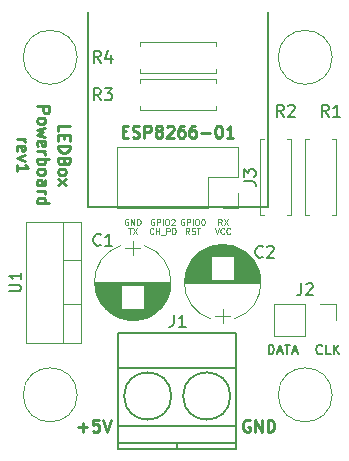
<source format=gbr>
G04 #@! TF.FileFunction,Legend,Top*
%FSLAX46Y46*%
G04 Gerber Fmt 4.6, Leading zero omitted, Abs format (unit mm)*
G04 Created by KiCad (PCBNEW 4.0.6) date 04/11/17 07:21:03*
%MOMM*%
%LPD*%
G01*
G04 APERTURE LIST*
%ADD10C,0.100000*%
%ADD11C,0.250000*%
%ADD12C,0.200000*%
%ADD13C,0.125000*%
%ADD14C,0.120000*%
%ADD15C,0.150000*%
G04 APERTURE END LIST*
D10*
D11*
X135917619Y-92615000D02*
X135917619Y-92138809D01*
X136917619Y-92138809D01*
X136441429Y-92948333D02*
X136441429Y-93281667D01*
X135917619Y-93424524D02*
X135917619Y-92948333D01*
X136917619Y-92948333D01*
X136917619Y-93424524D01*
X135917619Y-93853095D02*
X136917619Y-93853095D01*
X136917619Y-94091190D01*
X136870000Y-94234048D01*
X136774762Y-94329286D01*
X136679524Y-94376905D01*
X136489048Y-94424524D01*
X136346190Y-94424524D01*
X136155714Y-94376905D01*
X136060476Y-94329286D01*
X135965238Y-94234048D01*
X135917619Y-94091190D01*
X135917619Y-93853095D01*
X136441429Y-95186429D02*
X136393810Y-95329286D01*
X136346190Y-95376905D01*
X136250952Y-95424524D01*
X136108095Y-95424524D01*
X136012857Y-95376905D01*
X135965238Y-95329286D01*
X135917619Y-95234048D01*
X135917619Y-94853095D01*
X136917619Y-94853095D01*
X136917619Y-95186429D01*
X136870000Y-95281667D01*
X136822381Y-95329286D01*
X136727143Y-95376905D01*
X136631905Y-95376905D01*
X136536667Y-95329286D01*
X136489048Y-95281667D01*
X136441429Y-95186429D01*
X136441429Y-94853095D01*
X135917619Y-95995952D02*
X135965238Y-95900714D01*
X136012857Y-95853095D01*
X136108095Y-95805476D01*
X136393810Y-95805476D01*
X136489048Y-95853095D01*
X136536667Y-95900714D01*
X136584286Y-95995952D01*
X136584286Y-96138810D01*
X136536667Y-96234048D01*
X136489048Y-96281667D01*
X136393810Y-96329286D01*
X136108095Y-96329286D01*
X136012857Y-96281667D01*
X135965238Y-96234048D01*
X135917619Y-96138810D01*
X135917619Y-95995952D01*
X135917619Y-96662619D02*
X136584286Y-97186429D01*
X136584286Y-96662619D02*
X135917619Y-97186429D01*
X134167619Y-90519761D02*
X135167619Y-90519761D01*
X135167619Y-90900714D01*
X135120000Y-90995952D01*
X135072381Y-91043571D01*
X134977143Y-91091190D01*
X134834286Y-91091190D01*
X134739048Y-91043571D01*
X134691429Y-90995952D01*
X134643810Y-90900714D01*
X134643810Y-90519761D01*
X134167619Y-91662618D02*
X134215238Y-91567380D01*
X134262857Y-91519761D01*
X134358095Y-91472142D01*
X134643810Y-91472142D01*
X134739048Y-91519761D01*
X134786667Y-91567380D01*
X134834286Y-91662618D01*
X134834286Y-91805476D01*
X134786667Y-91900714D01*
X134739048Y-91948333D01*
X134643810Y-91995952D01*
X134358095Y-91995952D01*
X134262857Y-91948333D01*
X134215238Y-91900714D01*
X134167619Y-91805476D01*
X134167619Y-91662618D01*
X134834286Y-92329285D02*
X134167619Y-92519761D01*
X134643810Y-92710238D01*
X134167619Y-92900714D01*
X134834286Y-93091190D01*
X134215238Y-93853095D02*
X134167619Y-93757857D01*
X134167619Y-93567380D01*
X134215238Y-93472142D01*
X134310476Y-93424523D01*
X134691429Y-93424523D01*
X134786667Y-93472142D01*
X134834286Y-93567380D01*
X134834286Y-93757857D01*
X134786667Y-93853095D01*
X134691429Y-93900714D01*
X134596190Y-93900714D01*
X134500952Y-93424523D01*
X134167619Y-94329285D02*
X134834286Y-94329285D01*
X134643810Y-94329285D02*
X134739048Y-94376904D01*
X134786667Y-94424523D01*
X134834286Y-94519761D01*
X134834286Y-94615000D01*
X134167619Y-94948333D02*
X135167619Y-94948333D01*
X134786667Y-94948333D02*
X134834286Y-95043571D01*
X134834286Y-95234048D01*
X134786667Y-95329286D01*
X134739048Y-95376905D01*
X134643810Y-95424524D01*
X134358095Y-95424524D01*
X134262857Y-95376905D01*
X134215238Y-95329286D01*
X134167619Y-95234048D01*
X134167619Y-95043571D01*
X134215238Y-94948333D01*
X134167619Y-95995952D02*
X134215238Y-95900714D01*
X134262857Y-95853095D01*
X134358095Y-95805476D01*
X134643810Y-95805476D01*
X134739048Y-95853095D01*
X134786667Y-95900714D01*
X134834286Y-95995952D01*
X134834286Y-96138810D01*
X134786667Y-96234048D01*
X134739048Y-96281667D01*
X134643810Y-96329286D01*
X134358095Y-96329286D01*
X134262857Y-96281667D01*
X134215238Y-96234048D01*
X134167619Y-96138810D01*
X134167619Y-95995952D01*
X134167619Y-97186429D02*
X134691429Y-97186429D01*
X134786667Y-97138810D01*
X134834286Y-97043572D01*
X134834286Y-96853095D01*
X134786667Y-96757857D01*
X134215238Y-97186429D02*
X134167619Y-97091191D01*
X134167619Y-96853095D01*
X134215238Y-96757857D01*
X134310476Y-96710238D01*
X134405714Y-96710238D01*
X134500952Y-96757857D01*
X134548571Y-96853095D01*
X134548571Y-97091191D01*
X134596190Y-97186429D01*
X134167619Y-97662619D02*
X134834286Y-97662619D01*
X134643810Y-97662619D02*
X134739048Y-97710238D01*
X134786667Y-97757857D01*
X134834286Y-97853095D01*
X134834286Y-97948334D01*
X134167619Y-98710239D02*
X135167619Y-98710239D01*
X134215238Y-98710239D02*
X134167619Y-98615001D01*
X134167619Y-98424524D01*
X134215238Y-98329286D01*
X134262857Y-98281667D01*
X134358095Y-98234048D01*
X134643810Y-98234048D01*
X134739048Y-98281667D01*
X134786667Y-98329286D01*
X134834286Y-98424524D01*
X134834286Y-98615001D01*
X134786667Y-98710239D01*
X132417619Y-93257857D02*
X133084286Y-93257857D01*
X132893810Y-93257857D02*
X132989048Y-93305476D01*
X133036667Y-93353095D01*
X133084286Y-93448333D01*
X133084286Y-93543572D01*
X132465238Y-94257858D02*
X132417619Y-94162620D01*
X132417619Y-93972143D01*
X132465238Y-93876905D01*
X132560476Y-93829286D01*
X132941429Y-93829286D01*
X133036667Y-93876905D01*
X133084286Y-93972143D01*
X133084286Y-94162620D01*
X133036667Y-94257858D01*
X132941429Y-94305477D01*
X132846190Y-94305477D01*
X132750952Y-93829286D01*
X133084286Y-94638810D02*
X132417619Y-94876905D01*
X133084286Y-95115001D01*
X132417619Y-96019763D02*
X132417619Y-95448334D01*
X132417619Y-95734048D02*
X133417619Y-95734048D01*
X133274762Y-95638810D01*
X133179524Y-95543572D01*
X133131905Y-95448334D01*
D12*
X158273810Y-111410714D02*
X158235715Y-111448810D01*
X158121429Y-111486905D01*
X158045239Y-111486905D01*
X157930953Y-111448810D01*
X157854762Y-111372619D01*
X157816667Y-111296429D01*
X157778572Y-111144048D01*
X157778572Y-111029762D01*
X157816667Y-110877381D01*
X157854762Y-110801190D01*
X157930953Y-110725000D01*
X158045239Y-110686905D01*
X158121429Y-110686905D01*
X158235715Y-110725000D01*
X158273810Y-110763095D01*
X158997620Y-111486905D02*
X158616667Y-111486905D01*
X158616667Y-110686905D01*
X159264286Y-111486905D02*
X159264286Y-110686905D01*
X159721429Y-111486905D02*
X159378572Y-111029762D01*
X159721429Y-110686905D02*
X159264286Y-111144048D01*
X153740000Y-111486905D02*
X153740000Y-110686905D01*
X153930476Y-110686905D01*
X154044762Y-110725000D01*
X154120953Y-110801190D01*
X154159048Y-110877381D01*
X154197143Y-111029762D01*
X154197143Y-111144048D01*
X154159048Y-111296429D01*
X154120953Y-111372619D01*
X154044762Y-111448810D01*
X153930476Y-111486905D01*
X153740000Y-111486905D01*
X154501905Y-111258333D02*
X154882857Y-111258333D01*
X154425714Y-111486905D02*
X154692381Y-110686905D01*
X154959048Y-111486905D01*
X155111428Y-110686905D02*
X155568571Y-110686905D01*
X155340000Y-111486905D02*
X155340000Y-110686905D01*
X155797143Y-111258333D02*
X156178095Y-111258333D01*
X155720952Y-111486905D02*
X155987619Y-110686905D01*
X156254286Y-111486905D01*
D11*
X152146096Y-117102000D02*
X152050858Y-117054381D01*
X151908001Y-117054381D01*
X151765143Y-117102000D01*
X151669905Y-117197238D01*
X151622286Y-117292476D01*
X151574667Y-117482952D01*
X151574667Y-117625810D01*
X151622286Y-117816286D01*
X151669905Y-117911524D01*
X151765143Y-118006762D01*
X151908001Y-118054381D01*
X152003239Y-118054381D01*
X152146096Y-118006762D01*
X152193715Y-117959143D01*
X152193715Y-117625810D01*
X152003239Y-117625810D01*
X152622286Y-118054381D02*
X152622286Y-117054381D01*
X153193715Y-118054381D01*
X153193715Y-117054381D01*
X153669905Y-118054381D02*
X153669905Y-117054381D01*
X153908000Y-117054381D01*
X154050858Y-117102000D01*
X154146096Y-117197238D01*
X154193715Y-117292476D01*
X154241334Y-117482952D01*
X154241334Y-117625810D01*
X154193715Y-117816286D01*
X154146096Y-117911524D01*
X154050858Y-118006762D01*
X153908000Y-118054381D01*
X153669905Y-118054381D01*
X137652286Y-117673429D02*
X138414191Y-117673429D01*
X138033239Y-118054381D02*
X138033239Y-117292476D01*
X139366572Y-117054381D02*
X138890381Y-117054381D01*
X138842762Y-117530571D01*
X138890381Y-117482952D01*
X138985619Y-117435333D01*
X139223715Y-117435333D01*
X139318953Y-117482952D01*
X139366572Y-117530571D01*
X139414191Y-117625810D01*
X139414191Y-117863905D01*
X139366572Y-117959143D01*
X139318953Y-118006762D01*
X139223715Y-118054381D01*
X138985619Y-118054381D01*
X138890381Y-118006762D01*
X138842762Y-117959143D01*
X139699905Y-117054381D02*
X140033238Y-118054381D01*
X140366572Y-117054381D01*
D12*
X153670000Y-99060000D02*
X153670000Y-82550000D01*
X138430000Y-99060000D02*
X153670000Y-99060000D01*
X138430000Y-82550000D02*
X138430000Y-99060000D01*
D11*
X141383333Y-92638571D02*
X141716667Y-92638571D01*
X141859524Y-93162381D02*
X141383333Y-93162381D01*
X141383333Y-92162381D01*
X141859524Y-92162381D01*
X142240476Y-93114762D02*
X142383333Y-93162381D01*
X142621429Y-93162381D01*
X142716667Y-93114762D01*
X142764286Y-93067143D01*
X142811905Y-92971905D01*
X142811905Y-92876667D01*
X142764286Y-92781429D01*
X142716667Y-92733810D01*
X142621429Y-92686190D01*
X142430952Y-92638571D01*
X142335714Y-92590952D01*
X142288095Y-92543333D01*
X142240476Y-92448095D01*
X142240476Y-92352857D01*
X142288095Y-92257619D01*
X142335714Y-92210000D01*
X142430952Y-92162381D01*
X142669048Y-92162381D01*
X142811905Y-92210000D01*
X143240476Y-93162381D02*
X143240476Y-92162381D01*
X143621429Y-92162381D01*
X143716667Y-92210000D01*
X143764286Y-92257619D01*
X143811905Y-92352857D01*
X143811905Y-92495714D01*
X143764286Y-92590952D01*
X143716667Y-92638571D01*
X143621429Y-92686190D01*
X143240476Y-92686190D01*
X144383333Y-92590952D02*
X144288095Y-92543333D01*
X144240476Y-92495714D01*
X144192857Y-92400476D01*
X144192857Y-92352857D01*
X144240476Y-92257619D01*
X144288095Y-92210000D01*
X144383333Y-92162381D01*
X144573810Y-92162381D01*
X144669048Y-92210000D01*
X144716667Y-92257619D01*
X144764286Y-92352857D01*
X144764286Y-92400476D01*
X144716667Y-92495714D01*
X144669048Y-92543333D01*
X144573810Y-92590952D01*
X144383333Y-92590952D01*
X144288095Y-92638571D01*
X144240476Y-92686190D01*
X144192857Y-92781429D01*
X144192857Y-92971905D01*
X144240476Y-93067143D01*
X144288095Y-93114762D01*
X144383333Y-93162381D01*
X144573810Y-93162381D01*
X144669048Y-93114762D01*
X144716667Y-93067143D01*
X144764286Y-92971905D01*
X144764286Y-92781429D01*
X144716667Y-92686190D01*
X144669048Y-92638571D01*
X144573810Y-92590952D01*
X145145238Y-92257619D02*
X145192857Y-92210000D01*
X145288095Y-92162381D01*
X145526191Y-92162381D01*
X145621429Y-92210000D01*
X145669048Y-92257619D01*
X145716667Y-92352857D01*
X145716667Y-92448095D01*
X145669048Y-92590952D01*
X145097619Y-93162381D01*
X145716667Y-93162381D01*
X146573810Y-92162381D02*
X146383333Y-92162381D01*
X146288095Y-92210000D01*
X146240476Y-92257619D01*
X146145238Y-92400476D01*
X146097619Y-92590952D01*
X146097619Y-92971905D01*
X146145238Y-93067143D01*
X146192857Y-93114762D01*
X146288095Y-93162381D01*
X146478572Y-93162381D01*
X146573810Y-93114762D01*
X146621429Y-93067143D01*
X146669048Y-92971905D01*
X146669048Y-92733810D01*
X146621429Y-92638571D01*
X146573810Y-92590952D01*
X146478572Y-92543333D01*
X146288095Y-92543333D01*
X146192857Y-92590952D01*
X146145238Y-92638571D01*
X146097619Y-92733810D01*
X147526191Y-92162381D02*
X147335714Y-92162381D01*
X147240476Y-92210000D01*
X147192857Y-92257619D01*
X147097619Y-92400476D01*
X147050000Y-92590952D01*
X147050000Y-92971905D01*
X147097619Y-93067143D01*
X147145238Y-93114762D01*
X147240476Y-93162381D01*
X147430953Y-93162381D01*
X147526191Y-93114762D01*
X147573810Y-93067143D01*
X147621429Y-92971905D01*
X147621429Y-92733810D01*
X147573810Y-92638571D01*
X147526191Y-92590952D01*
X147430953Y-92543333D01*
X147240476Y-92543333D01*
X147145238Y-92590952D01*
X147097619Y-92638571D01*
X147050000Y-92733810D01*
X148050000Y-92781429D02*
X148811905Y-92781429D01*
X149478571Y-92162381D02*
X149573810Y-92162381D01*
X149669048Y-92210000D01*
X149716667Y-92257619D01*
X149764286Y-92352857D01*
X149811905Y-92543333D01*
X149811905Y-92781429D01*
X149764286Y-92971905D01*
X149716667Y-93067143D01*
X149669048Y-93114762D01*
X149573810Y-93162381D01*
X149478571Y-93162381D01*
X149383333Y-93114762D01*
X149335714Y-93067143D01*
X149288095Y-92971905D01*
X149240476Y-92781429D01*
X149240476Y-92543333D01*
X149288095Y-92352857D01*
X149335714Y-92257619D01*
X149383333Y-92210000D01*
X149478571Y-92162381D01*
X150764286Y-93162381D02*
X150192857Y-93162381D01*
X150478571Y-93162381D02*
X150478571Y-92162381D01*
X150383333Y-92305238D01*
X150288095Y-92400476D01*
X150192857Y-92448095D01*
D13*
X149193334Y-100818190D02*
X149360001Y-101318190D01*
X149526667Y-100818190D01*
X149979048Y-101270571D02*
X149955238Y-101294381D01*
X149883810Y-101318190D01*
X149836191Y-101318190D01*
X149764762Y-101294381D01*
X149717143Y-101246762D01*
X149693334Y-101199143D01*
X149669524Y-101103905D01*
X149669524Y-101032476D01*
X149693334Y-100937238D01*
X149717143Y-100889619D01*
X149764762Y-100842000D01*
X149836191Y-100818190D01*
X149883810Y-100818190D01*
X149955238Y-100842000D01*
X149979048Y-100865810D01*
X150479048Y-101270571D02*
X150455238Y-101294381D01*
X150383810Y-101318190D01*
X150336191Y-101318190D01*
X150264762Y-101294381D01*
X150217143Y-101246762D01*
X150193334Y-101199143D01*
X150169524Y-101103905D01*
X150169524Y-101032476D01*
X150193334Y-100937238D01*
X150217143Y-100889619D01*
X150264762Y-100842000D01*
X150336191Y-100818190D01*
X150383810Y-100818190D01*
X150455238Y-100842000D01*
X150479048Y-100865810D01*
X149776667Y-100556190D02*
X149610000Y-100318095D01*
X149490953Y-100556190D02*
X149490953Y-100056190D01*
X149681429Y-100056190D01*
X149729048Y-100080000D01*
X149752857Y-100103810D01*
X149776667Y-100151429D01*
X149776667Y-100222857D01*
X149752857Y-100270476D01*
X149729048Y-100294286D01*
X149681429Y-100318095D01*
X149490953Y-100318095D01*
X149943334Y-100056190D02*
X150276667Y-100556190D01*
X150276667Y-100056190D02*
X149943334Y-100556190D01*
X147046191Y-101318190D02*
X146879524Y-101080095D01*
X146760477Y-101318190D02*
X146760477Y-100818190D01*
X146950953Y-100818190D01*
X146998572Y-100842000D01*
X147022381Y-100865810D01*
X147046191Y-100913429D01*
X147046191Y-100984857D01*
X147022381Y-101032476D01*
X146998572Y-101056286D01*
X146950953Y-101080095D01*
X146760477Y-101080095D01*
X147236667Y-101294381D02*
X147308096Y-101318190D01*
X147427143Y-101318190D01*
X147474762Y-101294381D01*
X147498572Y-101270571D01*
X147522381Y-101222952D01*
X147522381Y-101175333D01*
X147498572Y-101127714D01*
X147474762Y-101103905D01*
X147427143Y-101080095D01*
X147331905Y-101056286D01*
X147284286Y-101032476D01*
X147260477Y-101008667D01*
X147236667Y-100961048D01*
X147236667Y-100913429D01*
X147260477Y-100865810D01*
X147284286Y-100842000D01*
X147331905Y-100818190D01*
X147450953Y-100818190D01*
X147522381Y-100842000D01*
X147665238Y-100818190D02*
X147950952Y-100818190D01*
X147808095Y-101318190D02*
X147808095Y-100818190D01*
X146581905Y-100080000D02*
X146534286Y-100056190D01*
X146462858Y-100056190D01*
X146391429Y-100080000D01*
X146343810Y-100127619D01*
X146320001Y-100175238D01*
X146296191Y-100270476D01*
X146296191Y-100341905D01*
X146320001Y-100437143D01*
X146343810Y-100484762D01*
X146391429Y-100532381D01*
X146462858Y-100556190D01*
X146510477Y-100556190D01*
X146581905Y-100532381D01*
X146605715Y-100508571D01*
X146605715Y-100341905D01*
X146510477Y-100341905D01*
X146820001Y-100556190D02*
X146820001Y-100056190D01*
X147010477Y-100056190D01*
X147058096Y-100080000D01*
X147081905Y-100103810D01*
X147105715Y-100151429D01*
X147105715Y-100222857D01*
X147081905Y-100270476D01*
X147058096Y-100294286D01*
X147010477Y-100318095D01*
X146820001Y-100318095D01*
X147320001Y-100556190D02*
X147320001Y-100056190D01*
X147653334Y-100056190D02*
X147748572Y-100056190D01*
X147796191Y-100080000D01*
X147843810Y-100127619D01*
X147867619Y-100222857D01*
X147867619Y-100389524D01*
X147843810Y-100484762D01*
X147796191Y-100532381D01*
X147748572Y-100556190D01*
X147653334Y-100556190D01*
X147605715Y-100532381D01*
X147558096Y-100484762D01*
X147534286Y-100389524D01*
X147534286Y-100222857D01*
X147558096Y-100127619D01*
X147605715Y-100080000D01*
X147653334Y-100056190D01*
X148177144Y-100056190D02*
X148224763Y-100056190D01*
X148272382Y-100080000D01*
X148296191Y-100103810D01*
X148320001Y-100151429D01*
X148343810Y-100246667D01*
X148343810Y-100365714D01*
X148320001Y-100460952D01*
X148296191Y-100508571D01*
X148272382Y-100532381D01*
X148224763Y-100556190D01*
X148177144Y-100556190D01*
X148129525Y-100532381D01*
X148105715Y-100508571D01*
X148081906Y-100460952D01*
X148058096Y-100365714D01*
X148058096Y-100246667D01*
X148081906Y-100151429D01*
X148105715Y-100103810D01*
X148129525Y-100080000D01*
X148177144Y-100056190D01*
X143982381Y-101270571D02*
X143958571Y-101294381D01*
X143887143Y-101318190D01*
X143839524Y-101318190D01*
X143768095Y-101294381D01*
X143720476Y-101246762D01*
X143696667Y-101199143D01*
X143672857Y-101103905D01*
X143672857Y-101032476D01*
X143696667Y-100937238D01*
X143720476Y-100889619D01*
X143768095Y-100842000D01*
X143839524Y-100818190D01*
X143887143Y-100818190D01*
X143958571Y-100842000D01*
X143982381Y-100865810D01*
X144196667Y-101318190D02*
X144196667Y-100818190D01*
X144196667Y-101056286D02*
X144482381Y-101056286D01*
X144482381Y-101318190D02*
X144482381Y-100818190D01*
X144601429Y-101365810D02*
X144982381Y-101365810D01*
X145101429Y-101318190D02*
X145101429Y-100818190D01*
X145291905Y-100818190D01*
X145339524Y-100842000D01*
X145363333Y-100865810D01*
X145387143Y-100913429D01*
X145387143Y-100984857D01*
X145363333Y-101032476D01*
X145339524Y-101056286D01*
X145291905Y-101080095D01*
X145101429Y-101080095D01*
X145601429Y-101318190D02*
X145601429Y-100818190D01*
X145720476Y-100818190D01*
X145791905Y-100842000D01*
X145839524Y-100889619D01*
X145863333Y-100937238D01*
X145887143Y-101032476D01*
X145887143Y-101103905D01*
X145863333Y-101199143D01*
X145839524Y-101246762D01*
X145791905Y-101294381D01*
X145720476Y-101318190D01*
X145601429Y-101318190D01*
X141859047Y-100080000D02*
X141811428Y-100056190D01*
X141740000Y-100056190D01*
X141668571Y-100080000D01*
X141620952Y-100127619D01*
X141597143Y-100175238D01*
X141573333Y-100270476D01*
X141573333Y-100341905D01*
X141597143Y-100437143D01*
X141620952Y-100484762D01*
X141668571Y-100532381D01*
X141740000Y-100556190D01*
X141787619Y-100556190D01*
X141859047Y-100532381D01*
X141882857Y-100508571D01*
X141882857Y-100341905D01*
X141787619Y-100341905D01*
X142097143Y-100556190D02*
X142097143Y-100056190D01*
X142382857Y-100556190D01*
X142382857Y-100056190D01*
X142620953Y-100556190D02*
X142620953Y-100056190D01*
X142740000Y-100056190D01*
X142811429Y-100080000D01*
X142859048Y-100127619D01*
X142882857Y-100175238D01*
X142906667Y-100270476D01*
X142906667Y-100341905D01*
X142882857Y-100437143D01*
X142859048Y-100484762D01*
X142811429Y-100532381D01*
X142740000Y-100556190D01*
X142620953Y-100556190D01*
X144041905Y-100080000D02*
X143994286Y-100056190D01*
X143922858Y-100056190D01*
X143851429Y-100080000D01*
X143803810Y-100127619D01*
X143780001Y-100175238D01*
X143756191Y-100270476D01*
X143756191Y-100341905D01*
X143780001Y-100437143D01*
X143803810Y-100484762D01*
X143851429Y-100532381D01*
X143922858Y-100556190D01*
X143970477Y-100556190D01*
X144041905Y-100532381D01*
X144065715Y-100508571D01*
X144065715Y-100341905D01*
X143970477Y-100341905D01*
X144280001Y-100556190D02*
X144280001Y-100056190D01*
X144470477Y-100056190D01*
X144518096Y-100080000D01*
X144541905Y-100103810D01*
X144565715Y-100151429D01*
X144565715Y-100222857D01*
X144541905Y-100270476D01*
X144518096Y-100294286D01*
X144470477Y-100318095D01*
X144280001Y-100318095D01*
X144780001Y-100556190D02*
X144780001Y-100056190D01*
X145113334Y-100056190D02*
X145208572Y-100056190D01*
X145256191Y-100080000D01*
X145303810Y-100127619D01*
X145327619Y-100222857D01*
X145327619Y-100389524D01*
X145303810Y-100484762D01*
X145256191Y-100532381D01*
X145208572Y-100556190D01*
X145113334Y-100556190D01*
X145065715Y-100532381D01*
X145018096Y-100484762D01*
X144994286Y-100389524D01*
X144994286Y-100222857D01*
X145018096Y-100127619D01*
X145065715Y-100080000D01*
X145113334Y-100056190D01*
X145518096Y-100103810D02*
X145541906Y-100080000D01*
X145589525Y-100056190D01*
X145708572Y-100056190D01*
X145756191Y-100080000D01*
X145780001Y-100103810D01*
X145803810Y-100151429D01*
X145803810Y-100199048D01*
X145780001Y-100270476D01*
X145494287Y-100556190D01*
X145803810Y-100556190D01*
X141859048Y-100818190D02*
X142144762Y-100818190D01*
X142001905Y-101318190D02*
X142001905Y-100818190D01*
X142263810Y-100818190D02*
X142597143Y-101318190D01*
X142597143Y-100818190D02*
X142263810Y-101318190D01*
D14*
X157135000Y-99730000D02*
X156805000Y-99730000D01*
X156805000Y-99730000D02*
X156805000Y-93310000D01*
X156805000Y-93310000D02*
X157135000Y-93310000D01*
X159095000Y-99730000D02*
X159425000Y-99730000D01*
X159425000Y-99730000D02*
X159425000Y-93310000D01*
X159425000Y-93310000D02*
X159095000Y-93310000D01*
X137541000Y-86360000D02*
G75*
G03X137541000Y-86360000I-2286000J0D01*
G01*
X159131000Y-86360000D02*
G75*
G03X159131000Y-86360000I-2286000J0D01*
G01*
X159131000Y-114935000D02*
G75*
G03X159131000Y-114935000I-2286000J0D01*
G01*
X137875000Y-100290000D02*
X137875000Y-110530000D01*
X133234000Y-100290000D02*
X133234000Y-110530000D01*
X137875000Y-100290000D02*
X133234000Y-100290000D01*
X137875000Y-110530000D02*
X133234000Y-110530000D01*
X136365000Y-100290000D02*
X136365000Y-110530000D01*
X137875000Y-103560000D02*
X136365000Y-103560000D01*
X137875000Y-107261000D02*
X136365000Y-107261000D01*
X143219357Y-108478440D02*
G75*
G03X143220000Y-102301764I-979357J3088440D01*
G01*
X141260643Y-108478440D02*
G75*
G02X141260000Y-102301764I979357J3088440D01*
G01*
X141260643Y-108478440D02*
G75*
G03X143220000Y-108478236I979357J3088440D01*
G01*
X145440000Y-105390000D02*
X139040000Y-105390000D01*
X145440000Y-105430000D02*
X139040000Y-105430000D01*
X145440000Y-105470000D02*
X139040000Y-105470000D01*
X145438000Y-105510000D02*
X139042000Y-105510000D01*
X145437000Y-105550000D02*
X139043000Y-105550000D01*
X145434000Y-105590000D02*
X139046000Y-105590000D01*
X145432000Y-105630000D02*
X139048000Y-105630000D01*
X145428000Y-105670000D02*
X143220000Y-105670000D01*
X141260000Y-105670000D02*
X139052000Y-105670000D01*
X145425000Y-105710000D02*
X143220000Y-105710000D01*
X141260000Y-105710000D02*
X139055000Y-105710000D01*
X145420000Y-105750000D02*
X143220000Y-105750000D01*
X141260000Y-105750000D02*
X139060000Y-105750000D01*
X145416000Y-105790000D02*
X143220000Y-105790000D01*
X141260000Y-105790000D02*
X139064000Y-105790000D01*
X145410000Y-105830000D02*
X143220000Y-105830000D01*
X141260000Y-105830000D02*
X139070000Y-105830000D01*
X145405000Y-105870000D02*
X143220000Y-105870000D01*
X141260000Y-105870000D02*
X139075000Y-105870000D01*
X145398000Y-105910000D02*
X143220000Y-105910000D01*
X141260000Y-105910000D02*
X139082000Y-105910000D01*
X145392000Y-105950000D02*
X143220000Y-105950000D01*
X141260000Y-105950000D02*
X139088000Y-105950000D01*
X145384000Y-105990000D02*
X143220000Y-105990000D01*
X141260000Y-105990000D02*
X139096000Y-105990000D01*
X145377000Y-106030000D02*
X143220000Y-106030000D01*
X141260000Y-106030000D02*
X139103000Y-106030000D01*
X145368000Y-106070000D02*
X143220000Y-106070000D01*
X141260000Y-106070000D02*
X139112000Y-106070000D01*
X145359000Y-106111000D02*
X143220000Y-106111000D01*
X141260000Y-106111000D02*
X139121000Y-106111000D01*
X145350000Y-106151000D02*
X143220000Y-106151000D01*
X141260000Y-106151000D02*
X139130000Y-106151000D01*
X145340000Y-106191000D02*
X143220000Y-106191000D01*
X141260000Y-106191000D02*
X139140000Y-106191000D01*
X145330000Y-106231000D02*
X143220000Y-106231000D01*
X141260000Y-106231000D02*
X139150000Y-106231000D01*
X145319000Y-106271000D02*
X143220000Y-106271000D01*
X141260000Y-106271000D02*
X139161000Y-106271000D01*
X145307000Y-106311000D02*
X143220000Y-106311000D01*
X141260000Y-106311000D02*
X139173000Y-106311000D01*
X145295000Y-106351000D02*
X143220000Y-106351000D01*
X141260000Y-106351000D02*
X139185000Y-106351000D01*
X145282000Y-106391000D02*
X143220000Y-106391000D01*
X141260000Y-106391000D02*
X139198000Y-106391000D01*
X145269000Y-106431000D02*
X143220000Y-106431000D01*
X141260000Y-106431000D02*
X139211000Y-106431000D01*
X145255000Y-106471000D02*
X143220000Y-106471000D01*
X141260000Y-106471000D02*
X139225000Y-106471000D01*
X145241000Y-106511000D02*
X143220000Y-106511000D01*
X141260000Y-106511000D02*
X139239000Y-106511000D01*
X145226000Y-106551000D02*
X143220000Y-106551000D01*
X141260000Y-106551000D02*
X139254000Y-106551000D01*
X145210000Y-106591000D02*
X143220000Y-106591000D01*
X141260000Y-106591000D02*
X139270000Y-106591000D01*
X145194000Y-106631000D02*
X143220000Y-106631000D01*
X141260000Y-106631000D02*
X139286000Y-106631000D01*
X145177000Y-106671000D02*
X143220000Y-106671000D01*
X141260000Y-106671000D02*
X139303000Y-106671000D01*
X145159000Y-106711000D02*
X143220000Y-106711000D01*
X141260000Y-106711000D02*
X139321000Y-106711000D01*
X145141000Y-106751000D02*
X143220000Y-106751000D01*
X141260000Y-106751000D02*
X139339000Y-106751000D01*
X145122000Y-106791000D02*
X143220000Y-106791000D01*
X141260000Y-106791000D02*
X139358000Y-106791000D01*
X145103000Y-106831000D02*
X143220000Y-106831000D01*
X141260000Y-106831000D02*
X139377000Y-106831000D01*
X145083000Y-106871000D02*
X143220000Y-106871000D01*
X141260000Y-106871000D02*
X139397000Y-106871000D01*
X145062000Y-106911000D02*
X143220000Y-106911000D01*
X141260000Y-106911000D02*
X139418000Y-106911000D01*
X145040000Y-106951000D02*
X143220000Y-106951000D01*
X141260000Y-106951000D02*
X139440000Y-106951000D01*
X145018000Y-106991000D02*
X143220000Y-106991000D01*
X141260000Y-106991000D02*
X139462000Y-106991000D01*
X144995000Y-107031000D02*
X143220000Y-107031000D01*
X141260000Y-107031000D02*
X139485000Y-107031000D01*
X144971000Y-107071000D02*
X143220000Y-107071000D01*
X141260000Y-107071000D02*
X139509000Y-107071000D01*
X144946000Y-107111000D02*
X143220000Y-107111000D01*
X141260000Y-107111000D02*
X139534000Y-107111000D01*
X144921000Y-107151000D02*
X143220000Y-107151000D01*
X141260000Y-107151000D02*
X139559000Y-107151000D01*
X144894000Y-107191000D02*
X143220000Y-107191000D01*
X141260000Y-107191000D02*
X139586000Y-107191000D01*
X144867000Y-107231000D02*
X143220000Y-107231000D01*
X141260000Y-107231000D02*
X139613000Y-107231000D01*
X144839000Y-107271000D02*
X143220000Y-107271000D01*
X141260000Y-107271000D02*
X139641000Y-107271000D01*
X144810000Y-107311000D02*
X143220000Y-107311000D01*
X141260000Y-107311000D02*
X139670000Y-107311000D01*
X144780000Y-107351000D02*
X143220000Y-107351000D01*
X141260000Y-107351000D02*
X139700000Y-107351000D01*
X144750000Y-107391000D02*
X143220000Y-107391000D01*
X141260000Y-107391000D02*
X139730000Y-107391000D01*
X144718000Y-107431000D02*
X143220000Y-107431000D01*
X141260000Y-107431000D02*
X139762000Y-107431000D01*
X144685000Y-107471000D02*
X143220000Y-107471000D01*
X141260000Y-107471000D02*
X139795000Y-107471000D01*
X144651000Y-107511000D02*
X143220000Y-107511000D01*
X141260000Y-107511000D02*
X139829000Y-107511000D01*
X144615000Y-107551000D02*
X143220000Y-107551000D01*
X141260000Y-107551000D02*
X139865000Y-107551000D01*
X144579000Y-107591000D02*
X143220000Y-107591000D01*
X141260000Y-107591000D02*
X139901000Y-107591000D01*
X144541000Y-107631000D02*
X139939000Y-107631000D01*
X144502000Y-107671000D02*
X139978000Y-107671000D01*
X144462000Y-107711000D02*
X140018000Y-107711000D01*
X144420000Y-107751000D02*
X140060000Y-107751000D01*
X144377000Y-107791000D02*
X140103000Y-107791000D01*
X144332000Y-107831000D02*
X140148000Y-107831000D01*
X144285000Y-107871000D02*
X140195000Y-107871000D01*
X144237000Y-107911000D02*
X140243000Y-107911000D01*
X144186000Y-107951000D02*
X140294000Y-107951000D01*
X144134000Y-107991000D02*
X140346000Y-107991000D01*
X144079000Y-108031000D02*
X140401000Y-108031000D01*
X144021000Y-108071000D02*
X140459000Y-108071000D01*
X143961000Y-108111000D02*
X140519000Y-108111000D01*
X143898000Y-108151000D02*
X140582000Y-108151000D01*
X143831000Y-108191000D02*
X140649000Y-108191000D01*
X143760000Y-108231000D02*
X140720000Y-108231000D01*
X143685000Y-108271000D02*
X140795000Y-108271000D01*
X143604000Y-108311000D02*
X140876000Y-108311000D01*
X143518000Y-108351000D02*
X140962000Y-108351000D01*
X143424000Y-108391000D02*
X141056000Y-108391000D01*
X143321000Y-108431000D02*
X141159000Y-108431000D01*
X143206000Y-108471000D02*
X141274000Y-108471000D01*
X143074000Y-108511000D02*
X141406000Y-108511000D01*
X142916000Y-108551000D02*
X141564000Y-108551000D01*
X142708000Y-108591000D02*
X141772000Y-108591000D01*
X142240000Y-101940000D02*
X142240000Y-103140000D01*
X142890000Y-102540000D02*
X141590000Y-102540000D01*
X148880643Y-102341560D02*
G75*
G03X148880000Y-108518236I979357J-3088440D01*
G01*
X150839357Y-102341560D02*
G75*
G02X150840000Y-108518236I-979357J-3088440D01*
G01*
X150839357Y-102341560D02*
G75*
G03X148880000Y-102341764I-979357J-3088440D01*
G01*
X146660000Y-105430000D02*
X153060000Y-105430000D01*
X146660000Y-105390000D02*
X153060000Y-105390000D01*
X146660000Y-105350000D02*
X153060000Y-105350000D01*
X146662000Y-105310000D02*
X153058000Y-105310000D01*
X146663000Y-105270000D02*
X153057000Y-105270000D01*
X146666000Y-105230000D02*
X153054000Y-105230000D01*
X146668000Y-105190000D02*
X153052000Y-105190000D01*
X146672000Y-105150000D02*
X148880000Y-105150000D01*
X150840000Y-105150000D02*
X153048000Y-105150000D01*
X146675000Y-105110000D02*
X148880000Y-105110000D01*
X150840000Y-105110000D02*
X153045000Y-105110000D01*
X146680000Y-105070000D02*
X148880000Y-105070000D01*
X150840000Y-105070000D02*
X153040000Y-105070000D01*
X146684000Y-105030000D02*
X148880000Y-105030000D01*
X150840000Y-105030000D02*
X153036000Y-105030000D01*
X146690000Y-104990000D02*
X148880000Y-104990000D01*
X150840000Y-104990000D02*
X153030000Y-104990000D01*
X146695000Y-104950000D02*
X148880000Y-104950000D01*
X150840000Y-104950000D02*
X153025000Y-104950000D01*
X146702000Y-104910000D02*
X148880000Y-104910000D01*
X150840000Y-104910000D02*
X153018000Y-104910000D01*
X146708000Y-104870000D02*
X148880000Y-104870000D01*
X150840000Y-104870000D02*
X153012000Y-104870000D01*
X146716000Y-104830000D02*
X148880000Y-104830000D01*
X150840000Y-104830000D02*
X153004000Y-104830000D01*
X146723000Y-104790000D02*
X148880000Y-104790000D01*
X150840000Y-104790000D02*
X152997000Y-104790000D01*
X146732000Y-104750000D02*
X148880000Y-104750000D01*
X150840000Y-104750000D02*
X152988000Y-104750000D01*
X146741000Y-104709000D02*
X148880000Y-104709000D01*
X150840000Y-104709000D02*
X152979000Y-104709000D01*
X146750000Y-104669000D02*
X148880000Y-104669000D01*
X150840000Y-104669000D02*
X152970000Y-104669000D01*
X146760000Y-104629000D02*
X148880000Y-104629000D01*
X150840000Y-104629000D02*
X152960000Y-104629000D01*
X146770000Y-104589000D02*
X148880000Y-104589000D01*
X150840000Y-104589000D02*
X152950000Y-104589000D01*
X146781000Y-104549000D02*
X148880000Y-104549000D01*
X150840000Y-104549000D02*
X152939000Y-104549000D01*
X146793000Y-104509000D02*
X148880000Y-104509000D01*
X150840000Y-104509000D02*
X152927000Y-104509000D01*
X146805000Y-104469000D02*
X148880000Y-104469000D01*
X150840000Y-104469000D02*
X152915000Y-104469000D01*
X146818000Y-104429000D02*
X148880000Y-104429000D01*
X150840000Y-104429000D02*
X152902000Y-104429000D01*
X146831000Y-104389000D02*
X148880000Y-104389000D01*
X150840000Y-104389000D02*
X152889000Y-104389000D01*
X146845000Y-104349000D02*
X148880000Y-104349000D01*
X150840000Y-104349000D02*
X152875000Y-104349000D01*
X146859000Y-104309000D02*
X148880000Y-104309000D01*
X150840000Y-104309000D02*
X152861000Y-104309000D01*
X146874000Y-104269000D02*
X148880000Y-104269000D01*
X150840000Y-104269000D02*
X152846000Y-104269000D01*
X146890000Y-104229000D02*
X148880000Y-104229000D01*
X150840000Y-104229000D02*
X152830000Y-104229000D01*
X146906000Y-104189000D02*
X148880000Y-104189000D01*
X150840000Y-104189000D02*
X152814000Y-104189000D01*
X146923000Y-104149000D02*
X148880000Y-104149000D01*
X150840000Y-104149000D02*
X152797000Y-104149000D01*
X146941000Y-104109000D02*
X148880000Y-104109000D01*
X150840000Y-104109000D02*
X152779000Y-104109000D01*
X146959000Y-104069000D02*
X148880000Y-104069000D01*
X150840000Y-104069000D02*
X152761000Y-104069000D01*
X146978000Y-104029000D02*
X148880000Y-104029000D01*
X150840000Y-104029000D02*
X152742000Y-104029000D01*
X146997000Y-103989000D02*
X148880000Y-103989000D01*
X150840000Y-103989000D02*
X152723000Y-103989000D01*
X147017000Y-103949000D02*
X148880000Y-103949000D01*
X150840000Y-103949000D02*
X152703000Y-103949000D01*
X147038000Y-103909000D02*
X148880000Y-103909000D01*
X150840000Y-103909000D02*
X152682000Y-103909000D01*
X147060000Y-103869000D02*
X148880000Y-103869000D01*
X150840000Y-103869000D02*
X152660000Y-103869000D01*
X147082000Y-103829000D02*
X148880000Y-103829000D01*
X150840000Y-103829000D02*
X152638000Y-103829000D01*
X147105000Y-103789000D02*
X148880000Y-103789000D01*
X150840000Y-103789000D02*
X152615000Y-103789000D01*
X147129000Y-103749000D02*
X148880000Y-103749000D01*
X150840000Y-103749000D02*
X152591000Y-103749000D01*
X147154000Y-103709000D02*
X148880000Y-103709000D01*
X150840000Y-103709000D02*
X152566000Y-103709000D01*
X147179000Y-103669000D02*
X148880000Y-103669000D01*
X150840000Y-103669000D02*
X152541000Y-103669000D01*
X147206000Y-103629000D02*
X148880000Y-103629000D01*
X150840000Y-103629000D02*
X152514000Y-103629000D01*
X147233000Y-103589000D02*
X148880000Y-103589000D01*
X150840000Y-103589000D02*
X152487000Y-103589000D01*
X147261000Y-103549000D02*
X148880000Y-103549000D01*
X150840000Y-103549000D02*
X152459000Y-103549000D01*
X147290000Y-103509000D02*
X148880000Y-103509000D01*
X150840000Y-103509000D02*
X152430000Y-103509000D01*
X147320000Y-103469000D02*
X148880000Y-103469000D01*
X150840000Y-103469000D02*
X152400000Y-103469000D01*
X147350000Y-103429000D02*
X148880000Y-103429000D01*
X150840000Y-103429000D02*
X152370000Y-103429000D01*
X147382000Y-103389000D02*
X148880000Y-103389000D01*
X150840000Y-103389000D02*
X152338000Y-103389000D01*
X147415000Y-103349000D02*
X148880000Y-103349000D01*
X150840000Y-103349000D02*
X152305000Y-103349000D01*
X147449000Y-103309000D02*
X148880000Y-103309000D01*
X150840000Y-103309000D02*
X152271000Y-103309000D01*
X147485000Y-103269000D02*
X148880000Y-103269000D01*
X150840000Y-103269000D02*
X152235000Y-103269000D01*
X147521000Y-103229000D02*
X148880000Y-103229000D01*
X150840000Y-103229000D02*
X152199000Y-103229000D01*
X147559000Y-103189000D02*
X152161000Y-103189000D01*
X147598000Y-103149000D02*
X152122000Y-103149000D01*
X147638000Y-103109000D02*
X152082000Y-103109000D01*
X147680000Y-103069000D02*
X152040000Y-103069000D01*
X147723000Y-103029000D02*
X151997000Y-103029000D01*
X147768000Y-102989000D02*
X151952000Y-102989000D01*
X147815000Y-102949000D02*
X151905000Y-102949000D01*
X147863000Y-102909000D02*
X151857000Y-102909000D01*
X147914000Y-102869000D02*
X151806000Y-102869000D01*
X147966000Y-102829000D02*
X151754000Y-102829000D01*
X148021000Y-102789000D02*
X151699000Y-102789000D01*
X148079000Y-102749000D02*
X151641000Y-102749000D01*
X148139000Y-102709000D02*
X151581000Y-102709000D01*
X148202000Y-102669000D02*
X151518000Y-102669000D01*
X148269000Y-102629000D02*
X151451000Y-102629000D01*
X148340000Y-102589000D02*
X151380000Y-102589000D01*
X148415000Y-102549000D02*
X151305000Y-102549000D01*
X148496000Y-102509000D02*
X151224000Y-102509000D01*
X148582000Y-102469000D02*
X151138000Y-102469000D01*
X148676000Y-102429000D02*
X151044000Y-102429000D01*
X148779000Y-102389000D02*
X150941000Y-102389000D01*
X148894000Y-102349000D02*
X150826000Y-102349000D01*
X149026000Y-102309000D02*
X150694000Y-102309000D01*
X149184000Y-102269000D02*
X150536000Y-102269000D01*
X149392000Y-102229000D02*
X150328000Y-102229000D01*
X149860000Y-108880000D02*
X149860000Y-107680000D01*
X149210000Y-108280000D02*
X150510000Y-108280000D01*
X153325000Y-99730000D02*
X152995000Y-99730000D01*
X152995000Y-99730000D02*
X152995000Y-93310000D01*
X152995000Y-93310000D02*
X153325000Y-93310000D01*
X155285000Y-99730000D02*
X155615000Y-99730000D01*
X155615000Y-99730000D02*
X155615000Y-93310000D01*
X155615000Y-93310000D02*
X155285000Y-93310000D01*
X149260000Y-87340000D02*
X149260000Y-87670000D01*
X149260000Y-87670000D02*
X142840000Y-87670000D01*
X142840000Y-87670000D02*
X142840000Y-87340000D01*
X149260000Y-85380000D02*
X149260000Y-85050000D01*
X149260000Y-85050000D02*
X142840000Y-85050000D01*
X142840000Y-85050000D02*
X142840000Y-85380000D01*
X142840000Y-88555000D02*
X142840000Y-88225000D01*
X142840000Y-88225000D02*
X149260000Y-88225000D01*
X149260000Y-88225000D02*
X149260000Y-88555000D01*
X142840000Y-90515000D02*
X142840000Y-90845000D01*
X142840000Y-90845000D02*
X149260000Y-90845000D01*
X149260000Y-90845000D02*
X149260000Y-90515000D01*
X137541000Y-114935000D02*
G75*
G03X137541000Y-114935000I-2286000J0D01*
G01*
D15*
X146010000Y-119035000D02*
X146010000Y-119535000D01*
X150510000Y-115035000D02*
G75*
G03X150510000Y-115035000I-2000000J0D01*
G01*
X145510000Y-115035000D02*
G75*
G03X145510000Y-115035000I-2000000J0D01*
G01*
X141010000Y-117535000D02*
X151010000Y-117535000D01*
X141010000Y-112635000D02*
X151010000Y-112635000D01*
X141010000Y-119035000D02*
X151010000Y-119035000D01*
X141010000Y-119535000D02*
X151010000Y-119535000D01*
X151010000Y-119535000D02*
X151010000Y-109735000D01*
X151010000Y-109735000D02*
X141010000Y-109735000D01*
X141010000Y-109735000D02*
X141010000Y-119535000D01*
D14*
X156845000Y-107255000D02*
X154245000Y-107255000D01*
X154245000Y-107255000D02*
X154245000Y-109915000D01*
X154245000Y-109915000D02*
X156845000Y-109915000D01*
X156845000Y-109915000D02*
X156845000Y-107255000D01*
X158115000Y-107255000D02*
X159445000Y-107255000D01*
X159445000Y-107255000D02*
X159445000Y-108585000D01*
X148590000Y-99120000D02*
X140910000Y-99120000D01*
X140910000Y-99120000D02*
X140910000Y-93920000D01*
X140910000Y-93920000D02*
X151190000Y-93920000D01*
X151190000Y-93920000D02*
X151190000Y-96520000D01*
X151190000Y-96520000D02*
X148590000Y-96520000D01*
X148590000Y-96520000D02*
X148590000Y-99120000D01*
X149860000Y-99120000D02*
X151190000Y-99120000D01*
X151190000Y-99120000D02*
X151190000Y-97850000D01*
D15*
X158837334Y-91384381D02*
X158504000Y-90908190D01*
X158265905Y-91384381D02*
X158265905Y-90384381D01*
X158646858Y-90384381D01*
X158742096Y-90432000D01*
X158789715Y-90479619D01*
X158837334Y-90574857D01*
X158837334Y-90717714D01*
X158789715Y-90812952D01*
X158742096Y-90860571D01*
X158646858Y-90908190D01*
X158265905Y-90908190D01*
X159789715Y-91384381D02*
X159218286Y-91384381D01*
X159504000Y-91384381D02*
X159504000Y-90384381D01*
X159408762Y-90527238D01*
X159313524Y-90622476D01*
X159218286Y-90670095D01*
X131786381Y-106171905D02*
X132595905Y-106171905D01*
X132691143Y-106124286D01*
X132738762Y-106076667D01*
X132786381Y-105981429D01*
X132786381Y-105790952D01*
X132738762Y-105695714D01*
X132691143Y-105648095D01*
X132595905Y-105600476D01*
X131786381Y-105600476D01*
X132786381Y-104600476D02*
X132786381Y-105171905D01*
X132786381Y-104886191D02*
X131786381Y-104886191D01*
X131929238Y-104981429D01*
X132024476Y-105076667D01*
X132072095Y-105171905D01*
X139533334Y-102211143D02*
X139485715Y-102258762D01*
X139342858Y-102306381D01*
X139247620Y-102306381D01*
X139104762Y-102258762D01*
X139009524Y-102163524D01*
X138961905Y-102068286D01*
X138914286Y-101877810D01*
X138914286Y-101734952D01*
X138961905Y-101544476D01*
X139009524Y-101449238D01*
X139104762Y-101354000D01*
X139247620Y-101306381D01*
X139342858Y-101306381D01*
X139485715Y-101354000D01*
X139533334Y-101401619D01*
X140485715Y-102306381D02*
X139914286Y-102306381D01*
X140200000Y-102306381D02*
X140200000Y-101306381D01*
X140104762Y-101449238D01*
X140009524Y-101544476D01*
X139914286Y-101592095D01*
X153249334Y-103227143D02*
X153201715Y-103274762D01*
X153058858Y-103322381D01*
X152963620Y-103322381D01*
X152820762Y-103274762D01*
X152725524Y-103179524D01*
X152677905Y-103084286D01*
X152630286Y-102893810D01*
X152630286Y-102750952D01*
X152677905Y-102560476D01*
X152725524Y-102465238D01*
X152820762Y-102370000D01*
X152963620Y-102322381D01*
X153058858Y-102322381D01*
X153201715Y-102370000D01*
X153249334Y-102417619D01*
X153630286Y-102417619D02*
X153677905Y-102370000D01*
X153773143Y-102322381D01*
X154011239Y-102322381D01*
X154106477Y-102370000D01*
X154154096Y-102417619D01*
X154201715Y-102512857D01*
X154201715Y-102608095D01*
X154154096Y-102750952D01*
X153582667Y-103322381D01*
X154201715Y-103322381D01*
X155027334Y-91384381D02*
X154694000Y-90908190D01*
X154455905Y-91384381D02*
X154455905Y-90384381D01*
X154836858Y-90384381D01*
X154932096Y-90432000D01*
X154979715Y-90479619D01*
X155027334Y-90574857D01*
X155027334Y-90717714D01*
X154979715Y-90812952D01*
X154932096Y-90860571D01*
X154836858Y-90908190D01*
X154455905Y-90908190D01*
X155408286Y-90479619D02*
X155455905Y-90432000D01*
X155551143Y-90384381D01*
X155789239Y-90384381D01*
X155884477Y-90432000D01*
X155932096Y-90479619D01*
X155979715Y-90574857D01*
X155979715Y-90670095D01*
X155932096Y-90812952D01*
X155360667Y-91384381D01*
X155979715Y-91384381D01*
X139533334Y-89987381D02*
X139200000Y-89511190D01*
X138961905Y-89987381D02*
X138961905Y-88987381D01*
X139342858Y-88987381D01*
X139438096Y-89035000D01*
X139485715Y-89082619D01*
X139533334Y-89177857D01*
X139533334Y-89320714D01*
X139485715Y-89415952D01*
X139438096Y-89463571D01*
X139342858Y-89511190D01*
X138961905Y-89511190D01*
X139866667Y-88987381D02*
X140485715Y-88987381D01*
X140152381Y-89368333D01*
X140295239Y-89368333D01*
X140390477Y-89415952D01*
X140438096Y-89463571D01*
X140485715Y-89558810D01*
X140485715Y-89796905D01*
X140438096Y-89892143D01*
X140390477Y-89939762D01*
X140295239Y-89987381D01*
X140009524Y-89987381D01*
X139914286Y-89939762D01*
X139866667Y-89892143D01*
X139533334Y-86812381D02*
X139200000Y-86336190D01*
X138961905Y-86812381D02*
X138961905Y-85812381D01*
X139342858Y-85812381D01*
X139438096Y-85860000D01*
X139485715Y-85907619D01*
X139533334Y-86002857D01*
X139533334Y-86145714D01*
X139485715Y-86240952D01*
X139438096Y-86288571D01*
X139342858Y-86336190D01*
X138961905Y-86336190D01*
X140390477Y-86145714D02*
X140390477Y-86812381D01*
X140152381Y-85764762D02*
X139914286Y-86479048D01*
X140533334Y-86479048D01*
X145716667Y-108164381D02*
X145716667Y-108878667D01*
X145669047Y-109021524D01*
X145573809Y-109116762D01*
X145430952Y-109164381D01*
X145335714Y-109164381D01*
X146716667Y-109164381D02*
X146145238Y-109164381D01*
X146430952Y-109164381D02*
X146430952Y-108164381D01*
X146335714Y-108307238D01*
X146240476Y-108402476D01*
X146145238Y-108450095D01*
X156511667Y-105497381D02*
X156511667Y-106211667D01*
X156464047Y-106354524D01*
X156368809Y-106449762D01*
X156225952Y-106497381D01*
X156130714Y-106497381D01*
X156940238Y-105592619D02*
X156987857Y-105545000D01*
X157083095Y-105497381D01*
X157321191Y-105497381D01*
X157416429Y-105545000D01*
X157464048Y-105592619D01*
X157511667Y-105687857D01*
X157511667Y-105783095D01*
X157464048Y-105925952D01*
X156892619Y-106497381D01*
X157511667Y-106497381D01*
X151642381Y-96853333D02*
X152356667Y-96853333D01*
X152499524Y-96900953D01*
X152594762Y-96996191D01*
X152642381Y-97139048D01*
X152642381Y-97234286D01*
X151642381Y-96472381D02*
X151642381Y-95853333D01*
X152023333Y-96186667D01*
X152023333Y-96043809D01*
X152070952Y-95948571D01*
X152118571Y-95900952D01*
X152213810Y-95853333D01*
X152451905Y-95853333D01*
X152547143Y-95900952D01*
X152594762Y-95948571D01*
X152642381Y-96043809D01*
X152642381Y-96329524D01*
X152594762Y-96424762D01*
X152547143Y-96472381D01*
M02*

</source>
